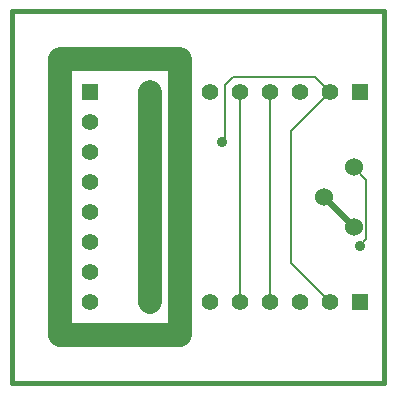
<source format=gbl>
G04 (created by PCBNEW-RS274X (2011-07-08)-stable) date Thu 06 Oct 2011 09:12:57 AM CEST*
G01*
G70*
G90*
%MOIN*%
G04 Gerber Fmt 3.4, Leading zero omitted, Abs format*
%FSLAX34Y34*%
G04 APERTURE LIST*
%ADD10C,0.006000*%
%ADD11C,0.015000*%
%ADD12C,0.060000*%
%ADD13R,0.055000X0.055000*%
%ADD14C,0.055000*%
%ADD15C,0.035000*%
%ADD16C,0.008000*%
%ADD17C,0.080000*%
%ADD18C,0.020000*%
G04 APERTURE END LIST*
G54D10*
G54D11*
X54100Y-17400D02*
X41700Y-17400D01*
X54100Y-29800D02*
X54100Y-17400D01*
X41700Y-29800D02*
X54100Y-29800D01*
X41700Y-17400D02*
X41700Y-29800D01*
G54D12*
X53100Y-24600D03*
X52100Y-23600D03*
X53100Y-22600D03*
G54D13*
X44300Y-20100D03*
G54D14*
X44300Y-21100D03*
X44300Y-22100D03*
X44300Y-23100D03*
X44300Y-24100D03*
X44300Y-25100D03*
X44300Y-26100D03*
X44300Y-27100D03*
G54D13*
X43300Y-20100D03*
G54D14*
X43300Y-21100D03*
X43300Y-22100D03*
X43300Y-23100D03*
X43300Y-24100D03*
X43300Y-25100D03*
X43300Y-26100D03*
X43300Y-27100D03*
G54D13*
X53300Y-20100D03*
G54D14*
X52300Y-20100D03*
X51300Y-20100D03*
X50300Y-20100D03*
X49300Y-20100D03*
X48300Y-20100D03*
X47300Y-20100D03*
X46300Y-20100D03*
G54D13*
X53300Y-27100D03*
G54D14*
X52300Y-27100D03*
X51300Y-27100D03*
X50300Y-27100D03*
X49300Y-27100D03*
X48300Y-27100D03*
X47300Y-27100D03*
X46300Y-27100D03*
G54D15*
X48700Y-21771D03*
G54D14*
X46300Y-23600D03*
G54D15*
X53319Y-25207D03*
G54D16*
X50300Y-27100D02*
X50300Y-20100D01*
X49300Y-27100D02*
X49300Y-20100D01*
X52300Y-20100D02*
X52300Y-20100D01*
X51000Y-25800D02*
X52300Y-27100D01*
X51000Y-21400D02*
X51000Y-25800D01*
X52300Y-20100D02*
X51000Y-21400D01*
X48800Y-21671D02*
X48700Y-21771D01*
X48800Y-19868D02*
X48800Y-21671D01*
X49066Y-19602D02*
X48800Y-19868D01*
X51802Y-19602D02*
X49066Y-19602D01*
X52300Y-20100D02*
X51802Y-19602D01*
G54D17*
X43300Y-21100D02*
X43300Y-20100D01*
X43300Y-22100D02*
X43300Y-21100D01*
X43300Y-23100D02*
X43300Y-22100D01*
X43300Y-24100D02*
X43300Y-23100D01*
X43300Y-25100D02*
X43300Y-24100D01*
X43300Y-26100D02*
X43300Y-25100D01*
X43300Y-27100D02*
X43300Y-26100D01*
X43300Y-28200D02*
X43300Y-27100D01*
X47300Y-28200D02*
X43300Y-28200D01*
X47300Y-27100D02*
X47300Y-28200D01*
X47300Y-27100D02*
X47300Y-20100D01*
X43300Y-19000D02*
X43300Y-20100D01*
X47300Y-19000D02*
X43300Y-19000D01*
X47300Y-20100D02*
X47300Y-19000D01*
G54D18*
X52100Y-23600D02*
X53100Y-24600D01*
G54D17*
X46300Y-20100D02*
X46300Y-23600D01*
X46300Y-23600D02*
X46300Y-27100D01*
G54D16*
X53524Y-25002D02*
X53319Y-25207D01*
X53524Y-23024D02*
X53524Y-25002D01*
X53100Y-22600D02*
X53524Y-23024D01*
M02*

</source>
